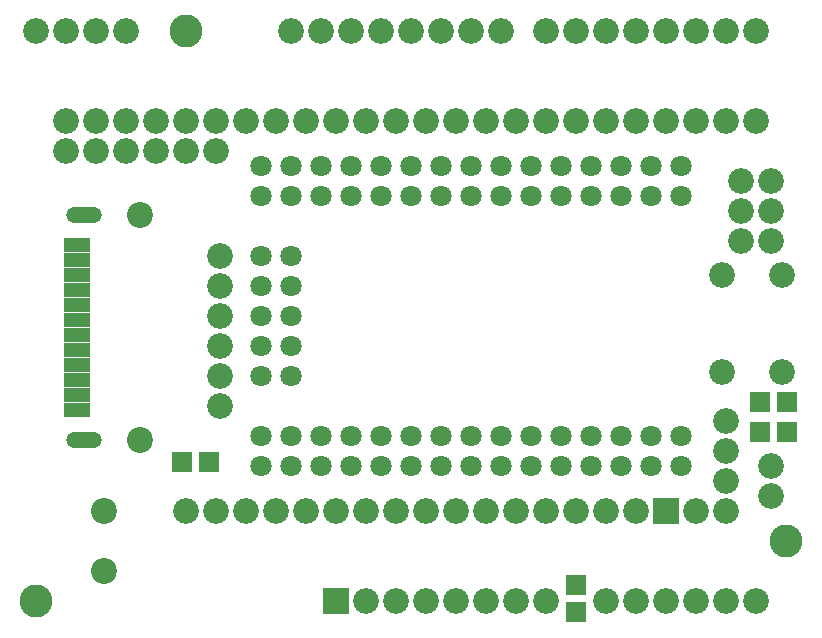
<source format=gbr>
G04 GERBER ASCII OUTPUT FROM: EDWINXP (VER. 1.61 REV. 20080915)*
G04 GERBER FORMAT: RX-274-X*
G04 BOARD: AMICUS_ETHERNET_SHIELD*
G04 ARTWORK OF COMP.MASK POSITIVE*
%ASAXBY*%
%FSLAX23Y23*%
%MIA0B0*%
%MOIN*%
%OFA0.0000B0.0000*%
%SFA1B1*%
%IJA0B0*%
%INLAYER1POS*%
%IOA0B0*%
%IPPOS*%
%IR0*%
G04 APERTURE MACROS*
%AMEDWDONUT*
1,1,$1,$2,$3*
1,0,$4,$2,$3*
%
%AMEDWFRECT*
20,1,$1,$2,$3,$4,$5,$6*
%
%AMEDWORECT*
20,1,$1,$2,$3,$4,$5,$10*
20,1,$1,$4,$5,$6,$7,$10*
20,1,$1,$6,$7,$8,$9,$10*
20,1,$1,$8,$9,$2,$3,$10*
1,1,$1,$2,$3*
1,1,$1,$4,$5*
1,1,$1,$6,$7*
1,1,$1,$8,$9*
%
%AMEDWLINER*
20,1,$1,$2,$3,$4,$5,$6*
1,1,$1,$2,$3*
1,1,$1,$4,$5*
%
%AMEDWFTRNG*
4,1,3,$1,$2,$3,$4,$5,$6,$7,$8,$9*
%
%AMEDWATRNG*
4,1,3,$1,$2,$3,$4,$5,$6,$7,$8,$9*
20,1,$11,$1,$2,$3,$4,$10*
20,1,$11,$3,$4,$5,$6,$10*
20,1,$11,$5,$6,$7,$8,$10*
1,1,$11,$3,$4*
1,1,$11,$5,$6*
1,1,$11,$7,$8*
%
%AMEDWOTRNG*
20,1,$1,$2,$3,$4,$5,$8*
20,1,$1,$4,$5,$6,$7,$8*
20,1,$1,$6,$7,$2,$3,$8*
1,1,$1,$2,$3*
1,1,$1,$4,$5*
1,1,$1,$6,$7*
%
G04*
G04 APERTURE LIST*
%ADD10R,0.0700X0.0650*%
%ADD11R,0.0940X0.0890*%
%ADD12R,0.0600X0.0550*%
%ADD13R,0.0840X0.0790*%
%ADD14R,0.0650X0.0700*%
%ADD15R,0.0890X0.0940*%
%ADD16R,0.0550X0.0600*%
%ADD17R,0.0790X0.0840*%
%ADD18R,0.0860X0.0860*%
%ADD19R,0.1100X0.1100*%
%ADD20R,0.0700X0.0700*%
%ADD21R,0.0940X0.0940*%
%ADD22R,0.08661X0.04724*%
%ADD23R,0.11061X0.07124*%
%ADD24R,0.07874X0.03937*%
%ADD25R,0.10274X0.06337*%
%ADD26EDWLINER,0.05512X0.0315X0.0000X-0.0315X0.0000X0.0000*%
%ADD27EDWLINER,0.05512X-0.0315X0.0000X0.0315X0.0000X0.0000*%
%ADD28EDWLINER,0.04724X0.0315X0.0000X-0.0315X0.0000X0.0000*%
%ADD29EDWLINER,0.04724X-0.0315X0.0000X0.0315X0.0000X0.0000*%
%ADD30C,0.00039*%
%ADD32C,0.0010*%
%ADD34C,0.00118*%
%ADD36C,0.00197*%
%ADD38C,0.0020*%
%ADD39R,0.0020X0.0020*%
%ADD40C,0.0030*%
%ADD41R,0.0030X0.0030*%
%ADD42C,0.00394*%
%ADD44C,0.0040*%
%ADD45R,0.0040X0.0040*%
%ADD46C,0.0050*%
%ADD47R,0.0050X0.0050*%
%ADD48C,0.00512*%
%ADD49R,0.00512X0.00512*%
%ADD50C,0.00591*%
%ADD51R,0.00591X0.00591*%
%ADD52C,0.00659*%
%ADD53R,0.00659X0.00659*%
%ADD54C,0.00787*%
%ADD55R,0.00787X0.00787*%
%ADD56C,0.00799*%
%ADD58C,0.0080*%
%ADD60C,0.00886*%
%ADD61R,0.00886X0.00886*%
%ADD62C,0.00984*%
%ADD63R,0.00984X0.00984*%
%ADD64C,0.0100*%
%ADD65R,0.0100X0.0100*%
%ADD66C,0.01181*%
%ADD67R,0.01181X0.01181*%
%ADD68C,0.0120*%
%ADD70C,0.0126*%
%ADD71R,0.0126X0.0126*%
%ADD72C,0.0130*%
%ADD73R,0.0130X0.0130*%
%ADD74C,0.01378*%
%ADD75R,0.01378X0.01378*%
%ADD76C,0.0150*%
%ADD77R,0.0150X0.0150*%
%ADD78C,0.01575*%
%ADD80C,0.01654*%
%ADD81R,0.01654X0.01654*%
%ADD82C,0.01698*%
%ADD83R,0.01698X0.01698*%
%ADD84C,0.01797*%
%ADD85R,0.01797X0.01797*%
%ADD86C,0.01895*%
%ADD87R,0.01895X0.01895*%
%ADD88C,0.01969*%
%ADD89R,0.01969X0.01969*%
%ADD90C,0.01994*%
%ADD91R,0.01994X0.01994*%
%ADD92C,0.0200*%
%ADD94C,0.02092*%
%ADD95R,0.02092X0.02092*%
%ADD96C,0.02191*%
%ADD97R,0.02191X0.02191*%
%ADD98C,0.02289*%
%ADD99R,0.02289X0.02289*%
%ADD100C,0.02362*%
%ADD101R,0.02362X0.02362*%
%ADD102C,0.02387*%
%ADD103R,0.02387X0.02387*%
%ADD104C,0.0240*%
%ADD105R,0.0240X0.0240*%
%ADD106C,0.02439*%
%ADD107R,0.02439X0.02439*%
%ADD108C,0.02441*%
%ADD109R,0.02441X0.02441*%
%ADD110C,0.02486*%
%ADD111R,0.02486X0.02486*%
%ADD112C,0.0250*%
%ADD113R,0.0250X0.0250*%
%ADD114C,0.02597*%
%ADD116C,0.02683*%
%ADD117R,0.02683X0.02683*%
%ADD118C,0.02756*%
%ADD119R,0.02756X0.02756*%
%ADD120C,0.02781*%
%ADD121R,0.02781X0.02781*%
%ADD122C,0.02794*%
%ADD124C,0.0288*%
%ADD125R,0.0288X0.0288*%
%ADD126C,0.0290*%
%ADD128C,0.02912*%
%ADD129R,0.02912X0.02912*%
%ADD130C,0.03059*%
%ADD131R,0.03059X0.03059*%
%ADD132C,0.03076*%
%ADD133R,0.03076X0.03076*%
%ADD134C,0.0315*%
%ADD135R,0.0315X0.0315*%
%ADD136C,0.03175*%
%ADD137R,0.03175X0.03175*%
%ADD138C,0.03199*%
%ADD139R,0.03199X0.03199*%
%ADD140C,0.0320*%
%ADD141R,0.0320X0.0320*%
%ADD142C,0.03273*%
%ADD143R,0.03273X0.03273*%
%ADD144C,0.03372*%
%ADD145R,0.03372X0.03372*%
%ADD146C,0.03386*%
%ADD147R,0.03386X0.03386*%
%ADD148C,0.0347*%
%ADD149R,0.0347X0.0347*%
%ADD150C,0.0350*%
%ADD151R,0.0350X0.0350*%
%ADD152C,0.03536*%
%ADD153R,0.03536X0.03536*%
%ADD154C,0.03569*%
%ADD155R,0.03569X0.03569*%
%ADD156C,0.03581*%
%ADD157R,0.03581X0.03581*%
%ADD158C,0.0360*%
%ADD160C,0.03667*%
%ADD161R,0.03667X0.03667*%
%ADD162C,0.0370*%
%ADD163R,0.0370X0.0370*%
%ADD164C,0.03765*%
%ADD165R,0.03765X0.03765*%
%ADD166C,0.03778*%
%ADD167R,0.03778X0.03778*%
%ADD168C,0.03864*%
%ADD169R,0.03864X0.03864*%
%ADD170C,0.0390*%
%ADD171R,0.0390X0.0390*%
%ADD172C,0.03937*%
%ADD173R,0.03937X0.03937*%
%ADD174C,0.03975*%
%ADD176C,0.0400*%
%ADD177R,0.0400X0.0400*%
%ADD178C,0.04159*%
%ADD179R,0.04159X0.04159*%
%ADD180C,0.04173*%
%ADD181R,0.04173X0.04173*%
%ADD182C,0.04331*%
%ADD183R,0.04331X0.04331*%
%ADD184C,0.04356*%
%ADD185R,0.04356X0.04356*%
%ADD186C,0.04369*%
%ADD187R,0.04369X0.04369*%
%ADD188C,0.0440*%
%ADD190C,0.04454*%
%ADD191R,0.04454X0.04454*%
%ADD192C,0.0450*%
%ADD193R,0.0450X0.0450*%
%ADD194C,0.04553*%
%ADD195R,0.04553X0.04553*%
%ADD196C,0.04651*%
%ADD197R,0.04651X0.04651*%
%ADD198C,0.0470*%
%ADD199R,0.0470X0.0470*%
%ADD200C,0.04724*%
%ADD201R,0.04724X0.04724*%
%ADD202C,0.0475*%
%ADD203R,0.0475X0.0475*%
%ADD204C,0.04762*%
%ADD205R,0.04762X0.04762*%
%ADD206C,0.0480*%
%ADD207R,0.0480X0.0480*%
%ADD208C,0.0490*%
%ADD209R,0.0490X0.0490*%
%ADD210C,0.04921*%
%ADD211R,0.04921X0.04921*%
%ADD212C,0.04946*%
%ADD213R,0.04946X0.04946*%
%ADD214C,0.04961*%
%ADD215R,0.04961X0.04961*%
%ADD216C,0.0500*%
%ADD217R,0.0500X0.0500*%
%ADD218C,0.05045*%
%ADD219R,0.05045X0.05045*%
%ADD220C,0.05118*%
%ADD221R,0.05118X0.05118*%
%ADD222C,0.05143*%
%ADD223R,0.05143X0.05143*%
%ADD224C,0.05354*%
%ADD225R,0.05354X0.05354*%
%ADD226C,0.0550*%
%ADD227R,0.0550X0.0550*%
%ADD228C,0.05512*%
%ADD229R,0.05512X0.05512*%
%ADD230C,0.0555*%
%ADD231R,0.0555X0.0555*%
%ADD232C,0.0560*%
%ADD233R,0.0560X0.0560*%
%ADD234C,0.05635*%
%ADD235R,0.05635X0.05635*%
%ADD236C,0.0570*%
%ADD237R,0.0570X0.0570*%
%ADD238C,0.05734*%
%ADD239R,0.05734X0.05734*%
%ADD240C,0.05786*%
%ADD241R,0.05786X0.05786*%
%ADD242C,0.0580*%
%ADD243R,0.0580X0.0580*%
%ADD244C,0.0590*%
%ADD245R,0.0590X0.0590*%
%ADD246C,0.05906*%
%ADD247R,0.05906X0.05906*%
%ADD248C,0.05936*%
%ADD249R,0.05936X0.05936*%
%ADD250C,0.05945*%
%ADD251R,0.05945X0.05945*%
%ADD252C,0.0600*%
%ADD253R,0.0600X0.0600*%
%ADD254C,0.0620*%
%ADD256C,0.06201*%
%ADD258C,0.06299*%
%ADD259R,0.06299X0.06299*%
%ADD260C,0.06337*%
%ADD261R,0.06337X0.06337*%
%ADD262C,0.0640*%
%ADD263R,0.0640X0.0640*%
%ADD264C,0.06496*%
%ADD265R,0.06496X0.06496*%
%ADD266C,0.0650*%
%ADD267R,0.0650X0.0650*%
%ADD268C,0.06521*%
%ADD269R,0.06521X0.06521*%
%ADD270C,0.0662*%
%ADD271R,0.0662X0.0662*%
%ADD272C,0.06693*%
%ADD273R,0.06693X0.06693*%
%ADD274C,0.06731*%
%ADD275R,0.06731X0.06731*%
%ADD276C,0.0690*%
%ADD277R,0.0690X0.0690*%
%ADD278C,0.06906*%
%ADD279R,0.06906X0.06906*%
%ADD280C,0.0700*%
%ADD281R,0.0700X0.0700*%
%ADD282C,0.07008*%
%ADD283R,0.07008X0.07008*%
%ADD284C,0.07087*%
%ADD285R,0.07087X0.07087*%
%ADD286C,0.0710*%
%ADD287R,0.0710X0.0710*%
%ADD288C,0.07124*%
%ADD289R,0.07124X0.07124*%
%ADD290C,0.0720*%
%ADD291R,0.0720X0.0720*%
%ADD292C,0.07299*%
%ADD293R,0.07299X0.07299*%
%ADD294C,0.0740*%
%ADD295R,0.0740X0.0740*%
%ADD296C,0.0748*%
%ADD297R,0.0748X0.0748*%
%ADD298C,0.0750*%
%ADD299R,0.0750X0.0750*%
%ADD300C,0.07518*%
%ADD301R,0.07518X0.07518*%
%ADD302C,0.07598*%
%ADD304C,0.0760*%
%ADD305R,0.0760X0.0760*%
%ADD306C,0.07754*%
%ADD307R,0.07754X0.07754*%
%ADD308C,0.07795*%
%ADD309R,0.07795X0.07795*%
%ADD310C,0.07874*%
%ADD311R,0.07874X0.07874*%
%ADD312C,0.0790*%
%ADD313R,0.0790X0.0790*%
%ADD314C,0.07912*%
%ADD315R,0.07912X0.07912*%
%ADD316C,0.0800*%
%ADD317R,0.0800X0.0800*%
%ADD318C,0.0810*%
%ADD319R,0.0810X0.0810*%
%ADD320C,0.0820*%
%ADD321R,0.0820X0.0820*%
%ADD322C,0.08268*%
%ADD323R,0.08268X0.08268*%
%ADD324C,0.08306*%
%ADD325R,0.08306X0.08306*%
%ADD326C,0.08345*%
%ADD327R,0.08345X0.08345*%
%ADD328C,0.0840*%
%ADD329R,0.0840X0.0840*%
%ADD330C,0.08598*%
%ADD332C,0.0860*%
%ADD333R,0.0860X0.0860*%
%ADD334C,0.08601*%
%ADD336C,0.08661*%
%ADD337R,0.08661X0.08661*%
%ADD338C,0.08699*%
%ADD339R,0.08699X0.08699*%
%ADD340C,0.0870*%
%ADD341R,0.0870X0.0870*%
%ADD342C,0.08896*%
%ADD343R,0.08896X0.08896*%
%ADD344C,0.0890*%
%ADD345R,0.0890X0.0890*%
%ADD346C,0.0900*%
%ADD347R,0.0900X0.0900*%
%ADD348C,0.09093*%
%ADD349R,0.09093X0.09093*%
%ADD350C,0.0940*%
%ADD351R,0.0940X0.0940*%
%ADD352C,0.09449*%
%ADD354C,0.09487*%
%ADD356C,0.09528*%
%ADD357R,0.09528X0.09528*%
%ADD358C,0.0970*%
%ADD359R,0.0970X0.0970*%
%ADD360C,0.09843*%
%ADD361R,0.09843X0.09843*%
%ADD362C,0.0988*%
%ADD363R,0.0988X0.0988*%
%ADD364C,0.0990*%
%ADD365R,0.0990X0.0990*%
%ADD366C,0.09998*%
%ADD368C,0.1000*%
%ADD369R,0.1000X0.1000*%
%ADD370C,0.10236*%
%ADD371R,0.10236X0.10236*%
%ADD372C,0.10274*%
%ADD373R,0.10274X0.10274*%
%ADD374C,0.10315*%
%ADD375R,0.10315X0.10315*%
%ADD376C,0.1040*%
%ADD377R,0.1040X0.1040*%
%ADD378C,0.1063*%
%ADD379R,0.1063X0.1063*%
%ADD380C,0.10668*%
%ADD381R,0.10668X0.10668*%
%ADD382C,0.10998*%
%ADD384C,0.1100*%
%ADD385R,0.1100X0.1100*%
%ADD386C,0.11024*%
%ADD387R,0.11024X0.11024*%
%ADD388C,0.11061*%
%ADD389R,0.11061X0.11061*%
%ADD390C,0.1110*%
%ADD391R,0.1110X0.1110*%
%ADD392C,0.1120*%
%ADD393R,0.1120X0.1120*%
%ADD394C,0.1140*%
%ADD395R,0.1140X0.1140*%
%ADD396C,0.1150*%
%ADD397R,0.1150X0.1150*%
%ADD398C,0.11811*%
%ADD399R,0.11811X0.11811*%
%ADD400C,0.1200*%
%ADD401R,0.1200X0.1200*%
%ADD402C,0.1210*%
%ADD403R,0.1210X0.1210*%
%ADD404C,0.12243*%
%ADD405R,0.12243X0.12243*%
%ADD406C,0.1240*%
%ADD407R,0.1240X0.1240*%
%ADD408C,0.1250*%
%ADD409R,0.1250X0.1250*%
%ADD410C,0.12598*%
%ADD411R,0.12598X0.12598*%
%ADD412C,0.12636*%
%ADD413R,0.12636X0.12636*%
%ADD414C,0.12992*%
%ADD415R,0.12992X0.12992*%
%ADD416C,0.1300*%
%ADD417R,0.1300X0.1300*%
%ADD418C,0.1340*%
%ADD419R,0.1340X0.1340*%
%ADD420C,0.1350*%
%ADD421R,0.1350X0.1350*%
%ADD422C,0.1378*%
%ADD423R,0.1378X0.1378*%
%ADD424C,0.13787*%
%ADD425R,0.13787X0.13787*%
%ADD426C,0.1390*%
%ADD427R,0.1390X0.1390*%
%ADD428C,0.1420*%
%ADD429R,0.1420X0.1420*%
%ADD430C,0.1440*%
%ADD431R,0.1440X0.1440*%
%ADD432C,0.14567*%
%ADD433R,0.14567X0.14567*%
%ADD434C,0.1490*%
%ADD435R,0.1490X0.1490*%
%ADD436C,0.14961*%
%ADD437R,0.14961X0.14961*%
%ADD438C,0.15118*%
%ADD439R,0.15118X0.15118*%
%ADD440C,0.1520*%
%ADD441R,0.1520X0.1520*%
%ADD442C,0.15354*%
%ADD443R,0.15354X0.15354*%
%ADD444C,0.15374*%
%ADD445R,0.15374X0.15374*%
%ADD446C,0.1540*%
%ADD447R,0.1540X0.1540*%
%ADD448C,0.1560*%
%ADD449R,0.1560X0.1560*%
%ADD450C,0.15748*%
%ADD451R,0.15748X0.15748*%
%ADD452C,0.1590*%
%ADD453R,0.1590X0.1590*%
%ADD454C,0.1618*%
%ADD455R,0.1618X0.1618*%
%ADD456C,0.16187*%
%ADD457R,0.16187X0.16187*%
%ADD458C,0.16535*%
%ADD459R,0.16535X0.16535*%
%ADD460C,0.1660*%
%ADD461R,0.1660X0.1660*%
%ADD462C,0.1700*%
%ADD463R,0.1700X0.1700*%
%ADD464C,0.17323*%
%ADD466C,0.1760*%
%ADD467R,0.1760X0.1760*%
%ADD468C,0.17774*%
%ADD469R,0.17774X0.17774*%
%ADD470C,0.1800*%
%ADD471R,0.1800X0.1800*%
%ADD472C,0.18148*%
%ADD473R,0.18148X0.18148*%
%ADD474C,0.18504*%
%ADD476C,0.18898*%
%ADD478C,0.18935*%
%ADD479R,0.18935X0.18935*%
%ADD480C,0.1940*%
%ADD481R,0.1940X0.1940*%
%ADD482C,0.19685*%
%ADD483R,0.19685X0.19685*%
%ADD484C,0.20472*%
%ADD485R,0.20472X0.20472*%
%ADD486C,0.20904*%
%ADD488C,0.2126*%
%ADD490C,0.21298*%
%ADD492C,0.22085*%
%ADD493R,0.22085X0.22085*%
%ADD494C,0.22835*%
%ADD497R,0.22872X0.22872*%
%ADD499R,0.23622X0.23622*%
%ADD501R,0.24409X0.24409*%
%ADD503R,0.24937X0.24937*%
%ADD505R,0.26022X0.26022*%
%ADD507R,0.26142X0.26142*%
%ADD509R,0.26929X0.26929*%
%ADD511R,0.27337X0.27337*%
%ADD513R,0.31496X0.31496*%
%ADD515R,0.32811X0.32811*%
%ADD517R,0.33896X0.33896*%
%ADD519R,0.35211X0.35211*%
%ADD521R,0.35433X0.35433*%
%ADD523R,0.3622X0.3622*%
%ADD525R,0.37833X0.37833*%
%ADD527R,0.3862X0.3862*%
%ADD529R,0.4100X0.4100*%
%ADD531R,0.4200X0.4200*%
%ADD533R,0.4340X0.4340*%
%ADD535R,0.4440X0.4440*%
%ADD536C,0.5440*%
%ADD537R,0.5440X0.5440*%
%ADD538C,0.6440*%
%ADD539R,0.6440X0.6440*%
%ADD540C,0.7440*%
%ADD541R,0.7440X0.7440*%
%ADD542C,0.8440*%
%ADD543R,0.8440X0.8440*%
%ADD544C,0.9440*%
%ADD545R,0.9440X0.9440*%
%ADD546C,1.0440*%
%ADD547R,1.0440X1.0440*%
%ADD548C,1.1440*%
%ADD549R,1.1440X1.1440*%
%ADD550C,1.2440*%
%ADD551R,1.2440X1.2440*%
%ADD552C,1.3440*%
%ADD553R,1.3440X1.3440*%
%ADD554C,1.4440*%
%ADD555R,1.4440X1.4440*%
%ADD556C,1.5440*%
%ADD557R,1.5440X1.5440*%
%ADD558C,1.6440*%
%ADD559R,1.6440X1.6440*%
%ADD560C,1.7440*%
%ADD561R,1.7440X1.7440*%
%ADD562C,1.8440*%
%ADD563R,1.8440X1.8440*%
%ADD564C,1.9440*%
%ADD565R,1.9440X1.9440*%
G04*
D284*
X2250Y1550D02*D03*
X2250Y1450D02*D03*
X2150Y1550D02*D03*
X2150Y1450D02*D03*
X2050Y1550D02*D03*
X2050Y1450D02*D03*
X1950Y1550D02*D03*
X1950Y1450D02*D03*
X1850Y1550D02*D03*
X1850Y1450D02*D03*
X1750Y1550D02*D03*
X1750Y1450D02*D03*
X1650Y1550D02*D03*
X1650Y1450D02*D03*
X1550Y1550D02*D03*
X1550Y1450D02*D03*
X1450Y1550D02*D03*
X1450Y1450D02*D03*
X1350Y1550D02*D03*
X1350Y1450D02*D03*
X1250Y1550D02*D03*
X1250Y1450D02*D03*
X1150Y1550D02*D03*
X1150Y1450D02*D03*
X1050Y1550D02*D03*
X1050Y1450D02*D03*
X950Y1550D02*D03*
X950Y1450D02*D03*
X850Y1550D02*D03*
X850Y1450D02*D03*
X850Y650D02*D03*
X850Y550D02*D03*
X950Y650D02*D03*
X950Y550D02*D03*
X1050Y650D02*D03*
X1050Y550D02*D03*
X1150Y650D02*D03*
X1150Y550D02*D03*
X1250Y650D02*D03*
X1250Y550D02*D03*
X1350Y650D02*D03*
X1350Y550D02*D03*
X1450Y650D02*D03*
X1450Y550D02*D03*
X1550Y650D02*D03*
X1550Y550D02*D03*
X1650Y650D02*D03*
X1650Y550D02*D03*
X1750Y650D02*D03*
X1750Y550D02*D03*
X1850Y650D02*D03*
X1850Y550D02*D03*
X1950Y650D02*D03*
X1950Y550D02*D03*
X2050Y650D02*D03*
X2050Y550D02*D03*
X2150Y650D02*D03*
X2150Y550D02*D03*
X2250Y650D02*D03*
X2250Y550D02*D03*
X850Y1250D02*D03*
X950Y1250D02*D03*
X850Y1150D02*D03*
X950Y1150D02*D03*
X850Y1050D02*D03*
X950Y1050D02*D03*
X850Y950D02*D03*
X950Y950D02*D03*
X850Y850D02*D03*
X950Y850D02*D03*
D10* 
X2513Y663D02*D03*
X2603Y663D02*D03*
D14* 
X1900Y153D02*D03*
X1900Y63D02*D03*
D10* 
X2513Y763D02*D03*
X2603Y763D02*D03*
X675Y563D02*D03*
X585Y563D02*D03*
D332*
X2550Y1300D02*D03*
X2550Y1400D02*D03*
X2550Y1500D02*D03*
X2500Y1700D02*D03*
X2400Y1700D02*D03*
X2300Y1700D02*D03*
X2200Y1700D02*D03*
X2100Y1700D02*D03*
X2000Y1700D02*D03*
X1900Y1700D02*D03*
X1800Y1700D02*D03*
X1300Y400D02*D03*
X1200Y400D02*D03*
X1100Y400D02*D03*
X1000Y400D02*D03*
X900Y400D02*D03*
X800Y400D02*D03*
X700Y400D02*D03*
X600Y400D02*D03*
X900Y1700D02*D03*
X800Y1700D02*D03*
X700Y1700D02*D03*
X600Y1700D02*D03*
X500Y1700D02*D03*
X400Y1700D02*D03*
X300Y1700D02*D03*
X200Y1700D02*D03*
X1700Y1700D02*D03*
X1600Y1700D02*D03*
X1500Y1700D02*D03*
X1400Y1700D02*D03*
X1300Y1700D02*D03*
X1200Y1700D02*D03*
X1100Y1700D02*D03*
X1000Y1700D02*D03*
X2000Y100D02*D03*
X2100Y100D02*D03*
X2200Y100D02*D03*
X2300Y100D02*D03*
X2400Y100D02*D03*
X2500Y100D02*D03*
X950Y2000D02*D03*
X1050Y2000D02*D03*
X1150Y2000D02*D03*
X1250Y2000D02*D03*
X1350Y2000D02*D03*
X1450Y2000D02*D03*
X1550Y2000D02*D03*
X1650Y2000D02*D03*
X1300Y100D02*D03*
X1400Y100D02*D03*
X1500Y100D02*D03*
X1600Y100D02*D03*
X1700Y100D02*D03*
X1800Y100D02*D03*
X1800Y2000D02*D03*
X1900Y2000D02*D03*
X2000Y2000D02*D03*
X2100Y2000D02*D03*
X2200Y2000D02*D03*
X2300Y2000D02*D03*
X2400Y2000D02*D03*
X2500Y2000D02*D03*
X2100Y400D02*D03*
X2000Y400D02*D03*
X1900Y400D02*D03*
X1800Y400D02*D03*
X1700Y400D02*D03*
X1600Y400D02*D03*
X1500Y400D02*D03*
X1400Y400D02*D03*
D18* 
X2200Y400D02*D03*
D332*
X2300Y400D02*D03*
X2550Y550D02*D03*
X2550Y450D02*D03*
X713Y750D02*D03*
X713Y850D02*D03*
X713Y950D02*D03*
X713Y1050D02*D03*
X713Y1150D02*D03*
X713Y1250D02*D03*
D336*
X325Y400D02*D03*
X325Y200D02*D03*
D332*
X2400Y700D02*D03*
X2400Y600D02*D03*
X2400Y500D02*D03*
X2400Y400D02*D03*
D22* 
X238Y1288D02*D03*
X238Y1238D02*D03*
X238Y1188D02*D03*
X238Y1138D02*D03*
X238Y1088D02*D03*
X238Y1038D02*D03*
X238Y988D02*D03*
X238Y938D02*D03*
X238Y888D02*D03*
X238Y838D02*D03*
X238Y788D02*D03*
X238Y738D02*D03*
D336*
X446Y1388D02*D03*
X446Y638D02*D03*
D26* 
X261Y1388D02*D03*
X261Y638D02*D03*
D332*
X200Y1600D02*D03*
X300Y1600D02*D03*
X400Y1600D02*D03*
X500Y1600D02*D03*
X600Y1600D02*D03*
X700Y1600D02*D03*
X2450Y1300D02*D03*
X2450Y1400D02*D03*
X2450Y1500D02*D03*
D330*
X2388Y863D02*D03*
X2588Y863D02*D03*
X2588Y1188D02*D03*
X2388Y1188D02*D03*
D332*
X100Y2000D02*D03*
X200Y2000D02*D03*
X300Y2000D02*D03*
X400Y2000D02*D03*
D384*
X600Y2000D02*D03*
X100Y100D02*D03*
D18* 
X1100Y100D02*D03*
D332*
X1200Y100D02*D03*
D384*
X2600Y300D02*D03*
M02*

</source>
